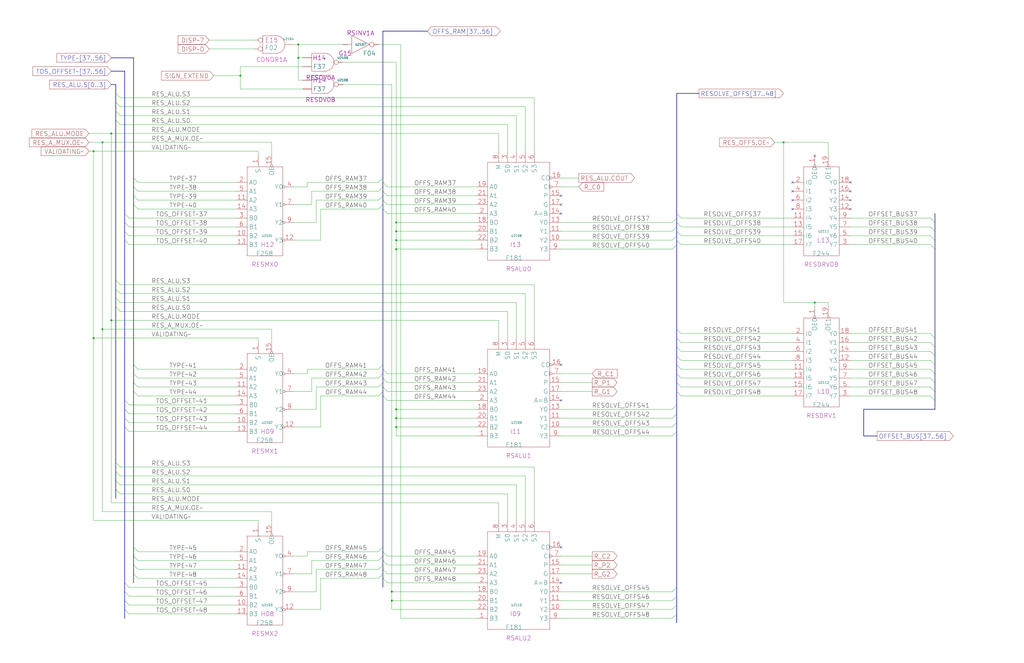
<source format=kicad_sch>
(kicad_sch (version 20250114) (generator "eeschema") (generator_version "9.0")
  (paper "User" 584.2 378.46)
  (title_block (title "RESOLVE ALU BITS (37:48)") (date "22-MAY-90") (rev "1.0") (comment 1 "SEQUENCER") (comment 2 "232-003064") (comment 3 "S400") (comment 4 "RELEASED"))
  (lib_symbols
    (symbol "r1000:F02" (pin_numbers (hide yes)) (pin_names (hide yes))
      (property "Reference" "U" (at 12.16 0.635 0))
      (property "Value" "F02" (at -1.27 -4.445 0))
      (property "Location" "___" (at 2.54 0 0))
      (property "Name" "______" (at 2.54 -12.7 0))
      (symbol "F02_0_1"
        (arc (start -3.81 2.54) (mid -2.9847 -2.54) (end -3.81 -7.62) (stroke (width 0.1524)))
        (polyline (pts (xy -5.08 0) (xy -3.175 0)) (stroke (width 0.1524)))
        (polyline (pts (xy -5.08 -5.08) (xy -3.175 -5.08)) (stroke (width 0.1524)))
        (polyline (pts (xy -3.81 2.54) (xy 2.54 2.54)) (stroke (width 0.1524)))
        (polyline (pts (xy -3.81 -7.62) (xy 2.54 -7.62)) (stroke (width 0.1524)))
        (arc (start 2.54 2.54) (mid 6.9477 0.8966) (end 10.16 -2.54) (stroke (width 0.1524)))
        (arc (start 10.16 -2.54) (mid 6.9515 -5.9823) (end 2.54 -7.62) (stroke (width 0.1524)))
        (circle (center 11.43 -2.54) (radius 1.27) (stroke (width 0.1524)))
        (polyline (pts (xy 13.97 -2.54) (xy 12.7 -2.54)) (stroke (width 0.1524)))
      )
      (symbol "F02_0_2"
        (circle (center -3.81 0) (radius 1.27) (stroke (width 0.1524)))
        (circle (center -3.81 -5.08) (radius 1.27) (stroke (width 0.1524)))
        (polyline (pts (xy -2.54 2.54) (xy -2.54 -7.62)) (stroke (width 0.1524)))
        (polyline (pts (xy -2.54 2.54) (xy 5.08 2.54)) (stroke (width 0.1524)))
        (polyline (pts (xy -2.54 -7.62) (xy 5.08 -7.62)) (stroke (width 0.1524)))
        (arc (start 5.08 2.54) (mid 10.1281 -2.54) (end 5.08 -7.62) (stroke (width 0.1524)))
        (polyline (pts (xy 11.43 -2.54) (xy 10.16 -2.54)) (stroke (width 0.1524)))
        (polyline (pts (xy 11.43 -2.54) (xy 12.7 -2.54)) (stroke (width 0.1524)))
      )
      (symbol "F02_1_1"
        (pin input line (at -7.62 0 0) (length 2.54) (name "D0") (number "1"))
        (pin input line (at -7.62 -5.08 0) (length 2.54) (name "D1") (number "2"))
        (pin output line (at 15.24 -2.54 180) (length 1.27) (name "Q") (number "3"))
      )
      (symbol "F02_1_2"
        (pin input line (at -7.62 0 0) (length 2.54) (name "D0") (number "1"))
        (pin input line (at -7.62 -5.08 0) (length 2.54) (name "D1") (number "2"))
        (pin output line (at 15.24 -2.54 180) (length 2.54) (name "Q") (number "3"))
      )
    )
    (symbol "r1000:F04" (pin_numbers (hide yes)) (pin_names (hide yes))
      (property "Reference" "U" (at 0 0 0))
      (property "Value" "F04" (at 1.27 -5.08 0))
      (property "Location" "___" (at -12.7 -5.08 0))
      (property "Name" "______" (at 0 5.08 0))
      (symbol "F04_0_1"
        (polyline (pts (xy -7.62 0) (xy -5.08 0)) (stroke (width 0.1524)))
        (polyline (pts (xy -5.08 5.08) (xy -5.08 -5.08)) (stroke (width 0.1524)))
        (polyline (pts (xy 5.08 0) (xy -5.08 5.08)) (stroke (width 0.1524)))
        (polyline (pts (xy 5.08 0) (xy -5.08 -5.08)) (stroke (width 0.1524)))
        (circle (center 6.35 0) (radius 1.27) (stroke (width 0.1524)))
      )
      (symbol "F04_1_1"
        (pin input line (at -10.16 0 0) (length 2.54) (name "D0") (number "1"))
        (pin output line (at 10.16 0 180) (length 2.54) (name "Q") (number "2"))
      )
    )
    (symbol "r1000:F181" (pin_names (offset 1.016))
      (property "Reference" "U" (at 2.54 5.08 0))
      (property "Value" "F181" (at -3.81 -7.62 0))
      (property "Location" "___" (at -1.27 0 0))
      (property "Name" "______" (at 3.81 -15.24 0))
      (symbol "F181_1_1"
        (rectangle (start -13.97 46.99) (end 21.59 -8.89))
        (circle (center 22.225 38.1) (radius 0.635))
        (circle (center 22.225 33.02) (radius 0.635))
        (pin input line (at -20.32 33.02 0) (length 6.35) (name "A0") (number "19"))
        (pin input line (at -20.32 27.94 0) (length 6.35) (name "A1") (number "21"))
        (pin input line (at -20.32 22.86 0) (length 6.35) (name "A2") (number "23"))
        (pin input line (at -20.32 17.78 0) (length 6.35) (name "A3") (number "2"))
        (pin input line (at -20.32 12.7 0) (length 6.35) (name "B0") (number "18"))
        (pin input line (at -20.32 7.62 0) (length 6.35) (name "B1") (number "20"))
        (pin input line (at -20.32 2.54 0) (length 6.35) (name "B2") (number "22"))
        (pin input line (at -20.32 -2.54 0) (length 6.35) (name "B3") (number "1"))
        (pin input line (at -7.62 53.34 270) (length 6.35) (name "M") (number "8"))
        (pin input line (at -2.54 53.34 270) (length 6.35) (name "S0") (number "3"))
        (pin input line (at 2.54 53.34 270) (length 6.35) (name "S1") (number "4"))
        (pin input line (at 7.62 53.34 270) (length 6.35) (name "S2") (number "5"))
        (pin input line (at 12.7 53.34 270) (length 6.35) (name "S3") (number "6"))
        (pin output line (at 27.94 38.1 180) (length 5.08) (name "CO") (number "16"))
        (pin input line (at 27.94 33.02 180) (length 5.08) (name "CI") (number "7"))
        (pin output line (at 27.94 27.94 180) (length 6.35) (name "P") (number "15"))
        (pin output line (at 27.94 22.86 180) (length 6.35) (name "G") (number "17"))
        (pin open_collector line (at 27.94 17.78 180) (length 6.35) (name "A=B") (number "14"))
        (pin output line (at 27.94 12.7 180) (length 6.35) (name "Y0") (number "13"))
        (pin output line (at 27.94 7.62 180) (length 6.35) (name "Y1") (number "11"))
        (pin output line (at 27.94 2.54 180) (length 6.35) (name "Y2") (number "10"))
        (pin output line (at 27.94 -2.54 180) (length 6.35) (name "Y3") (number "9"))
      )
    )
    (symbol "r1000:F244" (pin_names (offset 1.016))
      (property "Reference" "U" (at 2.54 5.08 0))
      (property "Value" "F244" (at -3.81 -7.62 0))
      (property "Location" "___" (at -1.27 0 0))
      (property "Name" "______" (at 1.27 -15.24 0))
      (symbol "F244_1_1"
        (rectangle (start -8.89 41.91) (end 11.43 -8.89))
        (circle (center -2.54 42.545) (radius 0.635))
        (circle (center 5.08 42.545) (radius 0.635))
        (pin input line (at -15.24 33.02 0) (length 6.35) (name "I0") (number "2"))
        (pin input line (at -15.24 27.94 0) (length 6.35) (name "I1") (number "4"))
        (pin input line (at -15.24 22.86 0) (length 6.35) (name "I2") (number "6"))
        (pin input line (at -15.24 17.78 0) (length 6.35) (name "I3") (number "8"))
        (pin input line (at -15.24 12.7 0) (length 6.35) (name "I4") (number "11"))
        (pin input line (at -15.24 7.62 0) (length 6.35) (name "I5") (number "13"))
        (pin input line (at -15.24 2.54 0) (length 6.35) (name "I6") (number "15"))
        (pin input line (at -15.24 -2.54 0) (length 6.35) (name "I7") (number "17"))
        (pin input line (at -2.54 48.26 270) (length 5.08) (name "OE0") (number "1"))
        (pin input line (at 5.08 48.26 270) (length 5.08) (name "OE1") (number "19"))
        (pin tri_state line (at 17.78 33.02 180) (length 6.35) (name "Y0") (number "18"))
        (pin tri_state line (at 17.78 27.94 180) (length 6.35) (name "Y1") (number "16"))
        (pin tri_state line (at 17.78 22.86 180) (length 6.35) (name "Y2") (number "14"))
        (pin tri_state line (at 17.78 17.78 180) (length 6.35) (name "Y3") (number "12"))
        (pin tri_state line (at 17.78 12.7 180) (length 6.35) (name "Y4") (number "9"))
        (pin tri_state line (at 17.78 7.62 180) (length 6.35) (name "Y5") (number "7"))
        (pin tri_state line (at 17.78 2.54 180) (length 6.35) (name "Y6") (number "5"))
        (pin tri_state line (at 17.78 -2.54 180) (length 6.35) (name "Y7") (number "3"))
      )
    )
    (symbol "r1000:F258" (pin_names (offset 1.016))
      (property "Reference" "U" (at 2.54 5.08 0))
      (property "Value" "F258" (at -3.81 -5.08 0))
      (property "Location" "___" (at -1.27 0 0))
      (property "Name" "______" (at 1.27 -12.7 0))
      (symbol "F258_1_1"
        (rectangle (start -8.89 44.45) (end 11.43 -6.35))
        (circle (center 5.08 45.085) (radius 0.635))
        (circle (center 12.065 33.02) (radius 0.635))
        (circle (center 12.065 22.86) (radius 0.635))
        (circle (center 12.065 12.7) (radius 0.635))
        (circle (center 12.065 2.54) (radius 0.635))
        (pin input line (at -15.24 35.56 0) (length 6.35) (name "A0") (number "2"))
        (pin input line (at -15.24 30.48 0) (length 6.35) (name "A1") (number "5"))
        (pin input line (at -15.24 25.4 0) (length 6.35) (name "A2") (number "11"))
        (pin input line (at -15.24 20.32 0) (length 6.35) (name "A3") (number "14"))
        (pin input line (at -15.24 15.24 0) (length 6.35) (name "B0") (number "3"))
        (pin input line (at -15.24 10.16 0) (length 6.35) (name "B1") (number "6"))
        (pin input line (at -15.24 5.08 0) (length 6.35) (name "B2") (number "10"))
        (pin input line (at -15.24 0 0) (length 6.35) (name "B3") (number "13"))
        (pin input line (at -2.54 50.8 270) (length 6.35) (name "S") (number "1"))
        (pin input line (at 5.08 50.8 270) (length 5.08) (name "OE") (number "15"))
        (pin tri_state line (at 17.78 33.02 180) (length 5.08) (name "Y0") (number "4"))
        (pin tri_state line (at 17.78 22.86 180) (length 5.08) (name "Y1") (number "7"))
        (pin tri_state line (at 17.78 12.7 180) (length 5.08) (name "Y2") (number "9"))
        (pin tri_state line (at 17.78 2.54 180) (length 5.08) (name "Y3") (number "12"))
      )
    )
    (symbol "r1000:F37" (pin_numbers (hide yes)) (pin_names (offset 0) (hide yes))
      (property "Reference" "U" (at 15.24 0 0))
      (property "Value" "F37" (at 1.905 -5.08 0))
      (property "Location" "___" (at 1.905 0 0))
      (property "Name" "______" (at 2.54 -12.7 0))
      (symbol "F37_0_1"
        (polyline (pts (xy -2.54 2.54) (xy -2.54 -7.62)) (stroke (width 0.1524)))
        (polyline (pts (xy -2.54 2.54) (xy 5.08 2.54)) (stroke (width 0.1524)))
        (polyline (pts (xy -2.54 -7.62) (xy 5.08 -7.62)) (stroke (width 0.1524)))
        (arc (start 5.08 2.54) (mid 10.1281 -2.54) (end 5.08 -7.62) (stroke (width 0.1524)))
        (circle (center 11.43 -2.54) (radius 1.27) (stroke (width 0.1524)))
      )
      (symbol "F37_0_2"
        (arc (start -3.175 2.54) (mid -2.134 -2.54) (end -3.175 -7.62) (stroke (width 0.1524)))
        (circle (center -3.81 0) (radius 1.27) (stroke (width 0.1524)))
        (circle (center -3.81 -5.08) (radius 1.27) (stroke (width 0.1524)))
        (polyline (pts (xy -3.175 2.54) (xy 3.81 2.54)) (stroke (width 0.1524)))
        (polyline (pts (xy -3.175 -7.62) (xy 3.81 -7.62)) (stroke (width 0.1524)))
        (arc (start 3.81 2.54) (mid 7.5828 0.7472) (end 10.16 -2.54) (stroke (width 0.1524)))
        (arc (start 10.16 -2.54) (mid 7.5855 -5.8306) (end 3.81 -7.62) (stroke (width 0.1524)))
      )
      (symbol "F37_1_1"
        (pin input line (at -7.62 0 0) (length 5.08) (name "D0") (number "1"))
        (pin input line (at -7.62 -5.08 0) (length 5.08) (name "D1") (number "2"))
        (pin output line (at 15.24 -2.54 180) (length 2.54) (name "Q") (number "3"))
      )
      (symbol "F37_1_2"
        (pin input line (at -7.62 0 0) (length 2.54) (name "D0") (number "1"))
        (pin input line (at -7.62 -5.08 0) (length 2.54) (name "D1") (number "2"))
        (pin output line (at 15.24 -2.54 180) (length 5.08) (name "Q") (number "3"))
      )
    )
  )
  (junction (at 63.5 76.2))
  (junction (at 223.52 342.9))
  (junction (at 58.42 81.28))
  (junction (at 226.06 238.76))
  (junction (at 226.06 142.24))
  (junction (at 226.06 127))
  (junction (at 170.18 25.4))
  (junction (at 226.06 137.16))
  (junction (at 53.34 86.36))
  (junction (at 226.06 233.68))
  (junction (at 58.42 187.96))
  (junction (at 226.06 132.08))
  (junction (at 170.18 33.02))
  (junction (at 464.82 172.72))
  (junction (at 137.16 43.18))
  (junction (at 447.04 81.28))
  (junction (at 53.34 193.04))
  (junction (at 226.06 243.84))
  (junction (at 63.5 182.88))
  (junction (at 223.52 337.82))
  (no_connect (at 485.14 104.14))
  (no_connect (at 320.04 116.84))
  (no_connect (at 485.14 109.22))
  (no_connect (at 485.14 119.38))
  (no_connect (at 452.12 114.3))
  (no_connect (at 452.12 119.38))
  (no_connect (at 320.04 121.92))
  (no_connect (at 320.04 332.74))
  (no_connect (at 320.04 111.76))
  (no_connect (at 320.04 228.6))
  (no_connect (at 452.12 104.14))
  (no_connect (at 320.04 208.28))
  (no_connect (at 464.82 88.9))
  (no_connect (at 452.12 109.22))
  (no_connect (at 485.14 114.3))
  (no_connect (at 320.04 312.42))
  (bus_entry (at 76.2 213.36) (size 2.54 2.54))
  (bus_entry (at 218.44 109.22) (size 2.54 2.54))
  (bus_entry (at 218.44 106.68) (size -2.54 2.54))
  (bus_entry (at 76.2 218.44) (size 2.54 2.54))
  (bus_entry (at 386.08 345.44) (size -2.54 2.54))
  (bus_entry (at 386.08 241.3) (size -2.54 2.54))
  (bus_entry (at 530.86 195.58) (size 2.54 2.54))
  (bus_entry (at 71.12 332.74) (size 2.54 2.54))
  (bus_entry (at 530.86 124.46) (size 2.54 2.54))
  (bus_entry (at 218.44 330.2) (size 2.54 2.54))
  (bus_entry (at 218.44 119.38) (size 2.54 2.54))
  (bus_entry (at 218.44 312.42) (size -2.54 2.54))
  (bus_entry (at 66.04 68.58) (size 2.54 2.54))
  (bus_entry (at 530.86 215.9) (size 2.54 2.54))
  (bus_entry (at 76.2 327.66) (size 2.54 2.54))
  (bus_entry (at 76.2 223.52) (size 2.54 2.54))
  (bus_entry (at 386.08 335.28) (size -2.54 2.54))
  (bus_entry (at 386.08 134.62) (size -2.54 2.54))
  (bus_entry (at 386.08 218.44) (size 2.54 2.54))
  (bus_entry (at 386.08 137.16) (size 2.54 2.54))
  (bus_entry (at 66.04 170.18) (size 2.54 2.54))
  (bus_entry (at 218.44 320.04) (size 2.54 2.54))
  (bus_entry (at 66.04 63.5) (size 2.54 2.54))
  (bus_entry (at 66.04 58.42) (size 2.54 2.54))
  (bus_entry (at 530.86 200.66) (size 2.54 2.54))
  (bus_entry (at 530.86 139.7) (size 2.54 2.54))
  (bus_entry (at 66.04 175.26) (size 2.54 2.54))
  (bus_entry (at 218.44 317.5) (size -2.54 2.54))
  (bus_entry (at 386.08 129.54) (size -2.54 2.54))
  (bus_entry (at 218.44 213.36) (size -2.54 2.54))
  (bus_entry (at 66.04 279.4) (size 2.54 2.54))
  (bus_entry (at 386.08 198.12) (size 2.54 2.54))
  (bus_entry (at 386.08 223.52) (size 2.54 2.54))
  (bus_entry (at 76.2 106.68) (size 2.54 2.54))
  (bus_entry (at 71.12 121.92) (size 2.54 2.54))
  (bus_entry (at 66.04 160.02) (size 2.54 2.54))
  (bus_entry (at 218.44 215.9) (size 2.54 2.54))
  (bus_entry (at 71.12 132.08) (size 2.54 2.54))
  (bus_entry (at 66.04 53.34) (size 2.54 2.54))
  (bus_entry (at 386.08 340.36) (size -2.54 2.54))
  (bus_entry (at 71.12 238.76) (size 2.54 2.54))
  (bus_entry (at 71.12 337.82) (size 2.54 2.54))
  (bus_entry (at 218.44 111.76) (size -2.54 2.54))
  (bus_entry (at 218.44 104.14) (size 2.54 2.54))
  (bus_entry (at 218.44 220.98) (size 2.54 2.54))
  (bus_entry (at 66.04 165.1) (size 2.54 2.54))
  (bus_entry (at 76.2 116.84) (size 2.54 2.54))
  (bus_entry (at 530.86 134.62) (size 2.54 2.54))
  (bus_entry (at 386.08 139.7) (size -2.54 2.54))
  (bus_entry (at 218.44 327.66) (size -2.54 2.54))
  (bus_entry (at 71.12 347.98) (size 2.54 2.54))
  (bus_entry (at 386.08 231.14) (size -2.54 2.54))
  (bus_entry (at 218.44 223.52) (size -2.54 2.54))
  (bus_entry (at 386.08 208.28) (size 2.54 2.54))
  (bus_entry (at 218.44 226.06) (size 2.54 2.54))
  (bus_entry (at 386.08 236.22) (size -2.54 2.54))
  (bus_entry (at 530.86 226.06) (size 2.54 2.54))
  (bus_entry (at 218.44 210.82) (size 2.54 2.54))
  (bus_entry (at 218.44 325.12) (size 2.54 2.54))
  (bus_entry (at 76.2 111.76) (size 2.54 2.54))
  (bus_entry (at 71.12 228.6) (size 2.54 2.54))
  (bus_entry (at 386.08 246.38) (size -2.54 2.54))
  (bus_entry (at 71.12 233.68) (size 2.54 2.54))
  (bus_entry (at 218.44 208.28) (size -2.54 2.54))
  (bus_entry (at 386.08 121.92) (size 2.54 2.54))
  (bus_entry (at 386.08 132.08) (size 2.54 2.54))
  (bus_entry (at 218.44 322.58) (size -2.54 2.54))
  (bus_entry (at 71.12 127) (size 2.54 2.54))
  (bus_entry (at 218.44 114.3) (size 2.54 2.54))
  (bus_entry (at 530.86 129.54) (size 2.54 2.54))
  (bus_entry (at 530.86 205.74) (size 2.54 2.54))
  (bus_entry (at 66.04 269.24) (size 2.54 2.54))
  (bus_entry (at 76.2 322.58) (size 2.54 2.54))
  (bus_entry (at 218.44 101.6) (size -2.54 2.54))
  (bus_entry (at 530.86 190.5) (size 2.54 2.54))
  (bus_entry (at 71.12 243.84) (size 2.54 2.54))
  (bus_entry (at 66.04 264.16) (size 2.54 2.54))
  (bus_entry (at 71.12 342.9) (size 2.54 2.54))
  (bus_entry (at 76.2 101.6) (size 2.54 2.54))
  (bus_entry (at 76.2 317.5) (size 2.54 2.54))
  (bus_entry (at 218.44 314.96) (size 2.54 2.54))
  (bus_entry (at 530.86 220.98) (size 2.54 2.54))
  (bus_entry (at 76.2 208.28) (size 2.54 2.54))
  (bus_entry (at 218.44 116.84) (size -2.54 2.54))
  (bus_entry (at 71.12 137.16) (size 2.54 2.54))
  (bus_entry (at 386.08 203.2) (size 2.54 2.54))
  (bus_entry (at 66.04 274.32) (size 2.54 2.54))
  (bus_entry (at 386.08 350.52) (size -2.54 2.54))
  (bus_entry (at 386.08 213.36) (size 2.54 2.54))
  (bus_entry (at 386.08 127) (size 2.54 2.54))
  (bus_entry (at 76.2 312.42) (size 2.54 2.54))
  (bus_entry (at 386.08 193.04) (size 2.54 2.54))
  (bus_entry (at 386.08 124.46) (size -2.54 2.54))
  (bus_entry (at 218.44 218.44) (size -2.54 2.54))
  (bus_entry (at 386.08 187.96) (size 2.54 2.54))
  (bus_entry (at 530.86 210.82) (size 2.54 2.54))
  (bus (pts (xy 386.08 213.36) (xy 386.08 218.44)))
  (wire (pts (xy 175.26 213.36) (xy 175.26 210.82)))
  (bus (pts (xy 71.12 137.16) (xy 71.12 228.6)))
  (wire (pts (xy 154.94 187.96) (xy 154.94 195.58)))
  (bus (pts (xy 386.08 218.44) (xy 386.08 223.52)))
  (bus (pts (xy 218.44 327.66) (xy 218.44 330.2)))
  (wire (pts (xy 73.66 350.52) (xy 134.62 350.52)))
  (wire (pts (xy 485.14 139.7) (xy 530.86 139.7)))
  (wire (pts (xy 485.14 226.06) (xy 530.86 226.06)))
  (wire (pts (xy 172.72 50.8) (xy 137.16 50.8)))
  (wire (pts (xy 63.5 287.02) (xy 284.48 287.02)))
  (wire (pts (xy 289.56 177.8) (xy 289.56 193.04)))
  (wire (pts (xy 68.58 276.86) (xy 294.64 276.86)))
  (bus (pts (xy 218.44 220.98) (xy 218.44 223.52)))
  (wire (pts (xy 68.58 162.56) (xy 304.8 162.56)))
  (bus (pts (xy 386.08 350.52) (xy 386.08 355.6)))
  (bus (pts (xy 386.08 345.44) (xy 386.08 350.52)))
  (bus (pts (xy 66.04 48.26) (xy 66.04 53.34)))
  (wire (pts (xy 485.14 190.5) (xy 530.86 190.5)))
  (bus (pts (xy 76.2 116.84) (xy 76.2 208.28)))
  (wire (pts (xy 195.58 48.26) (xy 223.52 48.26)))
  (wire (pts (xy 73.66 345.44) (xy 134.62 345.44)))
  (wire (pts (xy 167.64 233.68) (xy 180.34 233.68)))
  (wire (pts (xy 73.66 139.7) (xy 134.62 139.7)))
  (wire (pts (xy 68.58 167.64) (xy 299.72 167.64)))
  (bus (pts (xy 533.4 127) (xy 533.4 132.08)))
  (wire (pts (xy 388.62 139.7) (xy 452.12 139.7)))
  (wire (pts (xy 167.64 127) (xy 180.34 127)))
  (wire (pts (xy 485.14 200.66) (xy 530.86 200.66)))
  (bus (pts (xy 66.04 175.26) (xy 66.04 264.16)))
  (wire (pts (xy 73.66 236.22) (xy 134.62 236.22)))
  (wire (pts (xy 63.5 76.2) (xy 63.5 182.88)))
  (bus (pts (xy 218.44 320.04) (xy 218.44 322.58)))
  (wire (pts (xy 167.64 213.36) (xy 175.26 213.36)))
  (wire (pts (xy 53.34 297.18) (xy 147.32 297.18)))
  (wire (pts (xy 73.66 246.38) (xy 134.62 246.38)))
  (wire (pts (xy 220.98 322.58) (xy 271.78 322.58)))
  (wire (pts (xy 167.64 116.84) (xy 177.8 116.84)))
  (bus (pts (xy 218.44 312.42) (xy 218.44 314.96)))
  (bus (pts (xy 63.5 33.02) (xy 76.2 33.02)))
  (wire (pts (xy 223.52 48.26) (xy 223.52 337.82)))
  (wire (pts (xy 73.66 340.36) (xy 134.62 340.36)))
  (wire (pts (xy 220.98 121.92) (xy 271.78 121.92)))
  (bus (pts (xy 386.08 241.3) (xy 386.08 246.38)))
  (wire (pts (xy 182.88 226.06) (xy 215.9 226.06)))
  (wire (pts (xy 320.04 347.98) (xy 383.54 347.98)))
  (wire (pts (xy 175.26 106.68) (xy 175.26 104.14)))
  (wire (pts (xy 78.74 314.96) (xy 134.62 314.96)))
  (bus (pts (xy 76.2 213.36) (xy 76.2 218.44)))
  (wire (pts (xy 73.66 231.14) (xy 134.62 231.14)))
  (bus (pts (xy 71.12 40.64) (xy 71.12 121.92)))
  (bus (pts (xy 386.08 129.54) (xy 386.08 132.08)))
  (wire (pts (xy 170.18 25.4) (xy 170.18 33.02)))
  (bus (pts (xy 76.2 111.76) (xy 76.2 116.84)))
  (wire (pts (xy 284.48 182.88) (xy 284.48 193.04)))
  (wire (pts (xy 226.06 127) (xy 271.78 127)))
  (bus (pts (xy 76.2 317.5) (xy 76.2 322.58)))
  (wire (pts (xy 320.04 353.06) (xy 383.54 353.06)))
  (wire (pts (xy 73.66 335.28) (xy 134.62 335.28)))
  (wire (pts (xy 320.04 327.66) (xy 337.82 327.66)))
  (wire (pts (xy 53.34 193.04) (xy 53.34 297.18)))
  (bus (pts (xy 76.2 218.44) (xy 76.2 223.52)))
  (wire (pts (xy 182.88 330.2) (xy 215.9 330.2)))
  (wire (pts (xy 167.64 223.52) (xy 177.8 223.52)))
  (wire (pts (xy 137.16 50.8) (xy 137.16 43.18)))
  (wire (pts (xy 228.6 353.06) (xy 228.6 25.4)))
  (bus (pts (xy 66.04 68.58) (xy 66.04 160.02)))
  (wire (pts (xy 485.14 124.46) (xy 530.86 124.46)))
  (bus (pts (xy 218.44 314.96) (xy 218.44 317.5)))
  (wire (pts (xy 58.42 81.28) (xy 154.94 81.28)))
  (wire (pts (xy 226.06 142.24) (xy 271.78 142.24)))
  (bus (pts (xy 218.44 325.12) (xy 218.44 327.66)))
  (wire (pts (xy 195.58 35.56) (xy 226.06 35.56)))
  (bus (pts (xy 218.44 218.44) (xy 218.44 220.98)))
  (wire (pts (xy 68.58 55.88) (xy 304.8 55.88)))
  (wire (pts (xy 78.74 330.2) (xy 134.62 330.2)))
  (wire (pts (xy 167.64 317.5) (xy 175.26 317.5)))
  (bus (pts (xy 66.04 58.42) (xy 66.04 63.5)))
  (wire (pts (xy 167.64 347.98) (xy 182.88 347.98)))
  (wire (pts (xy 78.74 104.14) (xy 134.62 104.14)))
  (wire (pts (xy 180.34 337.82) (xy 180.34 325.12)))
  (wire (pts (xy 73.66 124.46) (xy 134.62 124.46)))
  (wire (pts (xy 320.04 127) (xy 383.54 127)))
  (wire (pts (xy 220.98 317.5) (xy 271.78 317.5)))
  (wire (pts (xy 220.98 106.68) (xy 271.78 106.68)))
  (wire (pts (xy 447.04 81.28) (xy 472.44 81.28)))
  (wire (pts (xy 464.82 172.72) (xy 464.82 175.26)))
  (wire (pts (xy 220.98 111.76) (xy 271.78 111.76)))
  (bus (pts (xy 243.84 17.78) (xy 218.44 17.78)))
  (wire (pts (xy 68.58 172.72) (xy 294.64 172.72)))
  (bus (pts (xy 218.44 330.2) (xy 218.44 335.28)))
  (bus (pts (xy 533.4 132.08) (xy 533.4 137.16)))
  (bus (pts (xy 66.04 53.34) (xy 66.04 58.42)))
  (wire (pts (xy 320.04 337.82) (xy 383.54 337.82)))
  (bus (pts (xy 492.76 248.92) (xy 500.38 248.92)))
  (wire (pts (xy 78.74 325.12) (xy 134.62 325.12)))
  (wire (pts (xy 78.74 220.98) (xy 134.62 220.98)))
  (bus (pts (xy 218.44 215.9) (xy 218.44 218.44)))
  (bus (pts (xy 386.08 121.92) (xy 386.08 124.46)))
  (wire (pts (xy 320.04 137.16) (xy 383.54 137.16)))
  (wire (pts (xy 220.98 116.84) (xy 271.78 116.84)))
  (bus (pts (xy 71.12 243.84) (xy 71.12 332.74)))
  (wire (pts (xy 220.98 332.74) (xy 271.78 332.74)))
  (wire (pts (xy 388.62 200.66) (xy 452.12 200.66)))
  (wire (pts (xy 167.64 243.84) (xy 182.88 243.84)))
  (wire (pts (xy 73.66 134.62) (xy 134.62 134.62)))
  (wire (pts (xy 68.58 71.12) (xy 289.56 71.12)))
  (wire (pts (xy 167.64 137.16) (xy 182.88 137.16)))
  (bus (pts (xy 533.4 228.6) (xy 533.4 233.68)))
  (wire (pts (xy 78.74 114.3) (xy 134.62 114.3)))
  (wire (pts (xy 58.42 292.1) (xy 154.94 292.1)))
  (wire (pts (xy 223.52 347.98) (xy 271.78 347.98)))
  (bus (pts (xy 386.08 139.7) (xy 386.08 187.96)))
  (wire (pts (xy 226.06 132.08) (xy 271.78 132.08)))
  (wire (pts (xy 320.04 101.6) (xy 330.2 101.6)))
  (wire (pts (xy 167.64 337.82) (xy 180.34 337.82)))
  (wire (pts (xy 289.56 71.12) (xy 289.56 86.36)))
  (wire (pts (xy 182.88 119.38) (xy 215.9 119.38)))
  (wire (pts (xy 320.04 317.5) (xy 337.82 317.5)))
  (bus (pts (xy 386.08 127) (xy 386.08 129.54)))
  (wire (pts (xy 172.72 38.1) (xy 137.16 38.1)))
  (bus (pts (xy 533.4 198.12) (xy 533.4 203.2)))
  (wire (pts (xy 388.62 134.62) (xy 452.12 134.62)))
  (bus (pts (xy 386.08 193.04) (xy 386.08 198.12)))
  (bus (pts (xy 386.08 137.16) (xy 386.08 139.7)))
  (wire (pts (xy 68.58 266.7) (xy 304.8 266.7)))
  (wire (pts (xy 220.98 228.6) (xy 271.78 228.6)))
  (wire (pts (xy 271.78 353.06) (xy 228.6 353.06)))
  (wire (pts (xy 63.5 76.2) (xy 284.48 76.2)))
  (wire (pts (xy 226.06 238.76) (xy 226.06 243.84)))
  (bus (pts (xy 66.04 264.16) (xy 66.04 269.24)))
  (bus (pts (xy 533.4 208.28) (xy 533.4 213.36)))
  (wire (pts (xy 68.58 60.96) (xy 299.72 60.96)))
  (wire (pts (xy 223.52 342.9) (xy 271.78 342.9)))
  (wire (pts (xy 485.14 134.62) (xy 530.86 134.62)))
  (wire (pts (xy 447.04 172.72) (xy 464.82 172.72)))
  (wire (pts (xy 50.8 76.2) (xy 63.5 76.2)))
  (wire (pts (xy 320.04 322.58) (xy 337.82 322.58)))
  (bus (pts (xy 218.44 101.6) (xy 218.44 104.14)))
  (bus (pts (xy 66.04 170.18) (xy 66.04 175.26)))
  (wire (pts (xy 53.34 193.04) (xy 147.32 193.04)))
  (bus (pts (xy 218.44 226.06) (xy 218.44 312.42)))
  (wire (pts (xy 220.98 327.66) (xy 271.78 327.66)))
  (bus (pts (xy 218.44 210.82) (xy 218.44 213.36)))
  (wire (pts (xy 68.58 177.8) (xy 289.56 177.8)))
  (bus (pts (xy 63.5 40.64) (xy 71.12 40.64)))
  (bus (pts (xy 71.12 332.74) (xy 71.12 337.82)))
  (wire (pts (xy 472.44 172.72) (xy 472.44 175.26)))
  (wire (pts (xy 78.74 109.22) (xy 134.62 109.22)))
  (wire (pts (xy 147.32 86.36) (xy 147.32 88.9)))
  (wire (pts (xy 147.32 193.04) (xy 147.32 195.58)))
  (wire (pts (xy 180.34 233.68) (xy 180.34 220.98)))
  (wire (pts (xy 220.98 223.52) (xy 271.78 223.52)))
  (bus (pts (xy 66.04 279.4) (xy 66.04 284.48)))
  (wire (pts (xy 228.6 25.4) (xy 215.9 25.4)))
  (wire (pts (xy 226.06 127) (xy 226.06 132.08)))
  (wire (pts (xy 388.62 129.54) (xy 452.12 129.54)))
  (bus (pts (xy 71.12 238.76) (xy 71.12 243.84)))
  (wire (pts (xy 167.64 106.68) (xy 175.26 106.68)))
  (wire (pts (xy 441.96 81.28) (xy 447.04 81.28)))
  (wire (pts (xy 78.74 215.9) (xy 134.62 215.9)))
  (wire (pts (xy 388.62 226.06) (xy 452.12 226.06)))
  (bus (pts (xy 218.44 119.38) (xy 218.44 208.28)))
  (bus (pts (xy 386.08 53.34) (xy 386.08 121.92)))
  (wire (pts (xy 226.06 248.92) (xy 271.78 248.92)))
  (wire (pts (xy 175.26 104.14) (xy 215.9 104.14)))
  (wire (pts (xy 388.62 220.98) (xy 452.12 220.98)))
  (wire (pts (xy 58.42 187.96) (xy 58.42 292.1)))
  (wire (pts (xy 177.8 215.9) (xy 215.9 215.9)))
  (bus (pts (xy 71.12 228.6) (xy 71.12 233.68)))
  (wire (pts (xy 137.16 38.1) (xy 137.16 43.18)))
  (wire (pts (xy 154.94 292.1) (xy 154.94 299.72)))
  (bus (pts (xy 218.44 208.28) (xy 218.44 210.82)))
  (wire (pts (xy 50.8 86.36) (xy 53.34 86.36)))
  (wire (pts (xy 177.8 327.66) (xy 177.8 320.04)))
  (bus (pts (xy 386.08 134.62) (xy 386.08 137.16)))
  (wire (pts (xy 294.64 66.04) (xy 294.64 86.36)))
  (bus (pts (xy 218.44 317.5) (xy 218.44 320.04)))
  (wire (pts (xy 119.38 22.86) (xy 144.78 22.86)))
  (wire (pts (xy 63.5 182.88) (xy 63.5 287.02)))
  (bus (pts (xy 218.44 322.58) (xy 218.44 325.12)))
  (wire (pts (xy 320.04 132.08) (xy 383.54 132.08)))
  (wire (pts (xy 388.62 190.5) (xy 452.12 190.5)))
  (wire (pts (xy 147.32 297.18) (xy 147.32 299.72)))
  (wire (pts (xy 485.14 220.98) (xy 530.86 220.98)))
  (bus (pts (xy 218.44 223.52) (xy 218.44 226.06)))
  (wire (pts (xy 289.56 281.94) (xy 289.56 297.18)))
  (bus (pts (xy 66.04 165.1) (xy 66.04 170.18)))
  (wire (pts (xy 485.14 205.74) (xy 530.86 205.74)))
  (bus (pts (xy 386.08 246.38) (xy 386.08 335.28)))
  (wire (pts (xy 226.06 233.68) (xy 271.78 233.68)))
  (bus (pts (xy 533.4 218.44) (xy 533.4 223.52)))
  (wire (pts (xy 320.04 223.52) (xy 337.82 223.52)))
  (bus (pts (xy 533.4 121.92) (xy 533.4 127)))
  (wire (pts (xy 63.5 182.88) (xy 284.48 182.88)))
  (wire (pts (xy 180.34 325.12) (xy 215.9 325.12)))
  (wire (pts (xy 175.26 210.82) (xy 215.9 210.82)))
  (bus (pts (xy 386.08 203.2) (xy 386.08 208.28)))
  (bus (pts (xy 76.2 327.66) (xy 76.2 332.74)))
  (wire (pts (xy 78.74 320.04) (xy 134.62 320.04)))
  (bus (pts (xy 66.04 269.24) (xy 66.04 274.32)))
  (wire (pts (xy 485.14 210.82) (xy 530.86 210.82)))
  (bus (pts (xy 71.12 121.92) (xy 71.12 127)))
  (bus (pts (xy 76.2 223.52) (xy 76.2 312.42)))
  (wire (pts (xy 464.82 172.72) (xy 472.44 172.72)))
  (bus (pts (xy 533.4 193.04) (xy 533.4 198.12)))
  (bus (pts (xy 76.2 33.02) (xy 76.2 101.6)))
  (wire (pts (xy 320.04 342.9) (xy 383.54 342.9)))
  (wire (pts (xy 121.92 43.18) (xy 137.16 43.18)))
  (wire (pts (xy 320.04 233.68) (xy 383.54 233.68)))
  (wire (pts (xy 182.88 347.98) (xy 182.88 330.2)))
  (wire (pts (xy 226.06 137.16) (xy 271.78 137.16)))
  (wire (pts (xy 226.06 132.08) (xy 226.06 137.16)))
  (wire (pts (xy 223.52 337.82) (xy 223.52 342.9)))
  (wire (pts (xy 180.34 114.3) (xy 215.9 114.3)))
  (wire (pts (xy 294.64 172.72) (xy 294.64 193.04)))
  (wire (pts (xy 226.06 35.56) (xy 226.06 127)))
  (wire (pts (xy 175.26 314.96) (xy 215.9 314.96)))
  (wire (pts (xy 226.06 142.24) (xy 226.06 233.68)))
  (bus (pts (xy 71.12 132.08) (xy 71.12 137.16)))
  (bus (pts (xy 533.4 142.24) (xy 533.4 193.04)))
  (bus (pts (xy 71.12 337.82) (xy 71.12 342.9)))
  (wire (pts (xy 177.8 116.84) (xy 177.8 109.22)))
  (bus (pts (xy 218.44 116.84) (xy 218.44 119.38)))
  (wire (pts (xy 170.18 25.4) (xy 195.58 25.4)))
  (bus (pts (xy 386.08 340.36) (xy 386.08 345.44)))
  (wire (pts (xy 58.42 81.28) (xy 58.42 187.96)))
  (bus (pts (xy 533.4 203.2) (xy 533.4 208.28)))
  (wire (pts (xy 53.34 86.36) (xy 53.34 193.04)))
  (wire (pts (xy 320.04 218.44) (xy 337.82 218.44)))
  (bus (pts (xy 66.04 274.32) (xy 66.04 279.4)))
  (wire (pts (xy 180.34 220.98) (xy 215.9 220.98)))
  (wire (pts (xy 226.06 238.76) (xy 271.78 238.76)))
  (wire (pts (xy 220.98 213.36) (xy 271.78 213.36)))
  (wire (pts (xy 485.14 215.9) (xy 530.86 215.9)))
  (bus (pts (xy 218.44 104.14) (xy 218.44 106.68)))
  (bus (pts (xy 386.08 198.12) (xy 386.08 203.2)))
  (bus (pts (xy 386.08 223.52) (xy 386.08 231.14)))
  (wire (pts (xy 304.8 266.7) (xy 304.8 297.18)))
  (wire (pts (xy 154.94 81.28) (xy 154.94 88.9)))
  (wire (pts (xy 472.44 81.28) (xy 472.44 88.9)))
  (wire (pts (xy 226.06 243.84) (xy 226.06 248.92)))
  (wire (pts (xy 284.48 287.02) (xy 284.48 297.18)))
  (wire (pts (xy 304.8 162.56) (xy 304.8 193.04)))
  (wire (pts (xy 50.8 81.28) (xy 58.42 81.28)))
  (wire (pts (xy 388.62 215.9) (xy 452.12 215.9)))
  (wire (pts (xy 182.88 243.84) (xy 182.88 226.06)))
  (bus (pts (xy 71.12 233.68) (xy 71.12 238.76)))
  (bus (pts (xy 386.08 53.34) (xy 398.78 53.34)))
  (wire (pts (xy 320.04 106.68) (xy 330.2 106.68)))
  (wire (pts (xy 68.58 281.94) (xy 289.56 281.94)))
  (wire (pts (xy 284.48 76.2) (xy 284.48 86.36)))
  (wire (pts (xy 177.8 109.22) (xy 215.9 109.22)))
  (bus (pts (xy 66.04 63.5) (xy 66.04 68.58)))
  (wire (pts (xy 68.58 271.78) (xy 299.72 271.78)))
  (bus (pts (xy 63.5 48.26) (xy 66.04 48.26)))
  (wire (pts (xy 388.62 195.58) (xy 452.12 195.58)))
  (bus (pts (xy 386.08 187.96) (xy 386.08 193.04)))
  (wire (pts (xy 388.62 124.46) (xy 452.12 124.46)))
  (wire (pts (xy 299.72 167.64) (xy 299.72 193.04)))
  (wire (pts (xy 177.8 223.52) (xy 177.8 215.9)))
  (bus (pts (xy 71.12 347.98) (xy 71.12 353.06)))
  (wire (pts (xy 226.06 137.16) (xy 226.06 142.24)))
  (bus (pts (xy 218.44 114.3) (xy 218.44 116.84)))
  (wire (pts (xy 180.34 127) (xy 180.34 114.3)))
  (bus (pts (xy 218.44 106.68) (xy 218.44 109.22)))
  (wire (pts (xy 220.98 218.44) (xy 271.78 218.44)))
  (bus (pts (xy 533.4 213.36) (xy 533.4 218.44)))
  (bus (pts (xy 218.44 109.22) (xy 218.44 111.76)))
  (bus (pts (xy 386.08 124.46) (xy 386.08 127)))
  (wire (pts (xy 175.26 317.5) (xy 175.26 314.96)))
  (bus (pts (xy 533.4 233.68) (xy 492.76 233.68)))
  (bus (pts (xy 76.2 208.28) (xy 76.2 213.36)))
  (wire (pts (xy 226.06 233.68) (xy 226.06 238.76)))
  (wire (pts (xy 299.72 60.96) (xy 299.72 86.36)))
  (bus (pts (xy 218.44 17.78) (xy 218.44 101.6)))
  (bus (pts (xy 76.2 312.42) (xy 76.2 317.5)))
  (bus (pts (xy 218.44 213.36) (xy 218.44 215.9)))
  (wire (pts (xy 73.66 241.3) (xy 134.62 241.3)))
  (bus (pts (xy 386.08 335.28) (xy 386.08 340.36)))
  (wire (pts (xy 53.34 86.36) (xy 147.32 86.36)))
  (wire (pts (xy 388.62 205.74) (xy 452.12 205.74)))
  (wire (pts (xy 294.64 276.86) (xy 294.64 297.18)))
  (wire (pts (xy 78.74 210.82) (xy 134.62 210.82)))
  (bus (pts (xy 76.2 106.68) (xy 76.2 111.76)))
  (wire (pts (xy 485.14 129.54) (xy 530.86 129.54)))
  (bus (pts (xy 76.2 101.6) (xy 76.2 106.68)))
  (bus (pts (xy 386.08 208.28) (xy 386.08 213.36)))
  (bus (pts (xy 386.08 132.08) (xy 386.08 134.62)))
  (wire (pts (xy 485.14 195.58) (xy 530.86 195.58)))
  (bus (pts (xy 386.08 236.22) (xy 386.08 241.3)))
  (wire (pts (xy 320.04 213.36) (xy 337.82 213.36)))
  (wire (pts (xy 78.74 119.38) (xy 134.62 119.38)))
  (wire (pts (xy 68.58 66.04) (xy 294.64 66.04)))
  (wire (pts (xy 299.72 271.78) (xy 299.72 297.18)))
  (wire (pts (xy 388.62 210.82) (xy 452.12 210.82)))
  (bus (pts (xy 66.04 160.02) (xy 66.04 165.1)))
  (wire (pts (xy 177.8 320.04) (xy 215.9 320.04)))
  (bus (pts (xy 492.76 233.68) (xy 492.76 248.92)))
  (wire (pts (xy 58.42 187.96) (xy 154.94 187.96)))
  (bus (pts (xy 533.4 137.16) (xy 533.4 142.24)))
  (wire (pts (xy 223.52 342.9) (xy 223.52 347.98)))
  (wire (pts (xy 320.04 243.84) (xy 383.54 243.84)))
  (wire (pts (xy 119.38 27.94) (xy 144.78 27.94)))
  (bus (pts (xy 386.08 231.14) (xy 386.08 236.22)))
  (wire (pts (xy 226.06 243.84) (xy 271.78 243.84)))
  (wire (pts (xy 320.04 248.92) (xy 383.54 248.92)))
  (wire (pts (xy 320.04 142.24) (xy 383.54 142.24)))
  (wire (pts (xy 320.04 238.76) (xy 383.54 238.76)))
  (wire (pts (xy 78.74 226.06) (xy 134.62 226.06)))
  (wire (pts (xy 447.04 81.28) (xy 447.04 172.72)))
  (bus (pts (xy 71.12 127) (xy 71.12 132.08)))
  (wire (pts (xy 223.52 337.82) (xy 271.78 337.82)))
  (wire (pts (xy 167.64 25.4) (xy 170.18 25.4)))
  (wire (pts (xy 304.8 55.88) (xy 304.8 86.36)))
  (wire (pts (xy 182.88 137.16) (xy 182.88 119.38)))
  (wire (pts (xy 172.72 45.72) (xy 170.18 45.72)))
  (bus (pts (xy 71.12 342.9) (xy 71.12 347.98)))
  (bus (pts (xy 218.44 111.76) (xy 218.44 114.3)))
  (wire (pts (xy 170.18 33.02) (xy 172.72 33.02)))
  (wire (pts (xy 73.66 129.54) (xy 134.62 129.54)))
  (wire (pts (xy 167.64 327.66) (xy 177.8 327.66)))
  (wire (pts (xy 170.18 45.72) (xy 170.18 33.02)))
  (bus (pts (xy 76.2 322.58) (xy 76.2 327.66)))
  (bus (pts (xy 533.4 223.52) (xy 533.4 228.6)))
  (label "RES_ALU.S1" (at 86.36 172.72 0) (effects (font (size 2.54 2.54))))
  (label "OFFS_RAM48" (at 185.42 330.2 0) (effects (font (size 2.54 2.54))))
  (label "RESOLVE_OFFS44" (at 401.32 205.74 0) (effects (font (size 2.54 2.54))))
  (label "RESOLVE_OFFS38" (at 337.82 132.08 0) (effects (font (size 2.54 2.54))))
  (label "OFFSET_BUS41" (at 495.3 190.5 0) (effects (font (size 2.54 2.54))))
  (label "OFFS_RAM40" (at 185.42 119.38 0) (effects (font (size 2.54 2.54))))
  (label "OFFS_RAM47" (at 185.42 325.12 0) (effects (font (size 2.54 2.54))))
  (label "RES_ALU.S2" (at 86.36 271.78 0) (effects (font (size 2.54 2.54))))
  (label "RES_ALU.MODE" (at 86.36 287.02 0) (effects (font (size 2.54 2.54))))
  (label "OFFSET_BUS37" (at 495.3 124.46 0) (effects (font (size 2.54 2.54))))
  (label "TYPE~45" (at 96.52 314.96 0) (effects (font (size 2.54 2.54))))
  (label "RESOLVE_OFFS47" (at 401.32 220.98 0) (effects (font (size 2.54 2.54))))
  (label "TOS_OFFSET~46" (at 88.9 340.36 0) (effects (font (size 2.54 2.54))))
  (label "RES_ALU.S3" (at 86.36 266.7 0) (effects (font (size 2.54 2.54))))
  (label "TOS_OFFSET~37" (at 88.9 124.46 0) (effects (font (size 2.54 2.54))))
  (label "OFFS_RAM41" (at 236.22 213.36 0) (effects (font (size 2.54 2.54))))
  (label "TYPE~47" (at 96.52 325.12 0) (effects (font (size 2.54 2.54))))
  (label "TYPE~43" (at 96.52 220.98 0) (effects (font (size 2.54 2.54))))
  (label "RESOLVE_OFFS41" (at 401.32 190.5 0) (effects (font (size 2.54 2.54))))
  (label "VALIDATING~" (at 86.36 297.18 0) (effects (font (size 2.54 2.54))))
  (label "TOS_OFFSET~41" (at 88.9 231.14 0) (effects (font (size 2.54 2.54))))
  (label "TOS_OFFSET~38" (at 88.9 129.54 0) (effects (font (size 2.54 2.54))))
  (label "RES_A_MUX.OE~" (at 86.36 81.28 0) (effects (font (size 2.54 2.54))))
  (label "RESOLVE_OFFS46" (at 401.32 215.9 0) (effects (font (size 2.54 2.54))))
  (label "OFFSET_BUS39" (at 495.3 134.62 0) (effects (font (size 2.54 2.54))))
  (label "OFFS_RAM39" (at 236.22 116.84 0) (effects (font (size 2.54 2.54))))
  (label "OFFS_RAM43" (at 185.42 220.98 0) (effects (font (size 2.54 2.54))))
  (label "TYPE~38" (at 96.52 109.22 0) (effects (font (size 2.54 2.54))))
  (label "RESOLVE_OFFS44" (at 337.82 248.92 0) (effects (font (size 2.54 2.54))))
  (label "OFFS_RAM46" (at 185.42 320.04 0) (effects (font (size 2.54 2.54))))
  (label "VALIDATING~" (at 86.36 86.36 0) (effects (font (size 2.54 2.54))))
  (label "RESOLVE_OFFS43" (at 337.82 243.84 0) (effects (font (size 2.54 2.54))))
  (label "TOS_OFFSET~45" (at 88.9 335.28 0) (effects (font (size 2.54 2.54))))
  (label "OFFSET_BUS43" (at 495.3 200.66 0) (effects (font (size 2.54 2.54))))
  (label "TOS_OFFSET~43" (at 88.9 241.3 0) (effects (font (size 2.54 2.54))))
  (label "RESOLVE_OFFS39" (at 401.32 134.62 0) (effects (font (size 2.54 2.54))))
  (label "TOS_OFFSET~39" (at 88.9 134.62 0) (effects (font (size 2.54 2.54))))
  (label "RES_ALU.MODE" (at 86.36 182.88 0) (effects (font (size 2.54 2.54))))
  (label "OFFS_RAM38" (at 185.42 109.22 0) (effects (font (size 2.54 2.54))))
  (label "OFFS_RAM42" (at 185.42 215.9 0) (effects (font (size 2.54 2.54))))
  (label "OFFS_RAM38" (at 236.22 111.76 0) (effects (font (size 2.54 2.54))))
  (label "TYPE~41" (at 96.52 210.82 0) (effects (font (size 2.54 2.54))))
  (label "RESOLVE_OFFS47" (at 337.82 347.98 0) (effects (font (size 2.54 2.54))))
  (label "OFFSET_BUS45" (at 495.3 210.82 0) (effects (font (size 2.54 2.54))))
  (label "RES_ALU.S0" (at 86.36 177.8 0) (effects (font (size 2.54 2.54))))
  (label "OFFS_RAM41" (at 185.42 210.82 0) (effects (font (size 2.54 2.54))))
  (label "OFFS_RAM44" (at 236.22 228.6 0) (effects (font (size 2.54 2.54))))
  (label "RES_A_MUX.OE~" (at 86.36 187.96 0) (effects (font (size 2.54 2.54))))
  (label "RESOLVE_OFFS45" (at 337.82 337.82 0) (effects (font (size 2.54 2.54))))
  (label "RESOLVE_OFFS43" (at 401.32 200.66 0) (effects (font (size 2.54 2.54))))
  (label "OFFS_RAM48" (at 236.22 332.74 0) (effects (font (size 2.54 2.54))))
  (label "TYPE~37" (at 96.52 104.14 0) (effects (font (size 2.54 2.54))))
  (label "RESOLVE_OFFS42" (at 401.32 195.58 0) (effects (font (size 2.54 2.54))))
  (label "TYPE~40" (at 96.52 119.38 0) (effects (font (size 2.54 2.54))))
  (label "TOS_OFFSET~40" (at 88.9 139.7 0) (effects (font (size 2.54 2.54))))
  (label "OFFSET_BUS38" (at 495.3 129.54 0) (effects (font (size 2.54 2.54))))
  (label "OFFSET_BUS48" (at 495.3 226.06 0) (effects (font (size 2.54 2.54))))
  (label "OFFS_RAM45" (at 185.42 314.96 0) (effects (font (size 2.54 2.54))))
  (label "TOS_OFFSET~47" (at 88.9 345.44 0) (effects (font (size 2.54 2.54))))
  (label "TYPE~44" (at 96.52 226.06 0) (effects (font (size 2.54 2.54))))
  (label "OFFS_RAM37" (at 236.22 106.68 0) (effects (font (size 2.54 2.54))))
  (label "TYPE~42" (at 96.52 215.9 0) (effects (font (size 2.54 2.54))))
  (label "TOS_OFFSET~44" (at 88.9 246.38 0) (effects (font (size 2.54 2.54))))
  (label "OFFSET_BUS40" (at 495.3 139.7 0) (effects (font (size 2.54 2.54))))
  (label "RES_ALU.S3" (at 86.36 162.56 0) (effects (font (size 2.54 2.54))))
  (label "RES_ALU.S1" (at 86.36 276.86 0) (effects (font (size 2.54 2.54))))
  (label "RESOLVE_OFFS45" (at 401.32 210.82 0) (effects (font (size 2.54 2.54))))
  (label "RESOLVE_OFFS37" (at 337.82 127 0) (effects (font (size 2.54 2.54))))
  (label "RESOLVE_OFFS41" (at 337.82 233.68 0) (effects (font (size 2.54 2.54))))
  (label "OFFS_RAM43" (at 236.22 223.52 0) (effects (font (size 2.54 2.54))))
  (label "OFFS_RAM44" (at 185.42 226.06 0) (effects (font (size 2.54 2.54))))
  (label "RES_ALU.S1" (at 86.36 66.04 0) (effects (font (size 2.54 2.54))))
  (label "TYPE~46" (at 96.52 320.04 0) (effects (font (size 2.54 2.54))))
  (label "TYPE~39" (at 96.52 114.3 0) (effects (font (size 2.54 2.54))))
  (label "OFFS_RAM47" (at 236.22 327.66 0) (effects (font (size 2.54 2.54))))
  (label "RES_ALU.S2" (at 86.36 60.96 0) (effects (font (size 2.54 2.54))))
  (label "RESOLVE_OFFS42" (at 337.82 238.76 0) (effects (font (size 2.54 2.54))))
  (label "OFFSET_BUS42" (at 495.3 195.58 0) (effects (font (size 2.54 2.54))))
  (label "TOS_OFFSET~48" (at 88.9 350.52 0) (effects (font (size 2.54 2.54))))
  (label "OFFS_RAM40" (at 236.22 121.92 0) (effects (font (size 2.54 2.54))))
  (label "RESOLVE_OFFS46" (at 337.82 342.9 0) (effects (font (size 2.54 2.54))))
  (label "OFFS_RAM42" (at 236.22 218.44 0) (effects (font (size 2.54 2.54))))
  (label "OFFSET_BUS47" (at 495.3 220.98 0) (effects (font (size 2.54 2.54))))
  (label "RESOLVE_OFFS48" (at 401.32 226.06 0) (effects (font (size 2.54 2.54))))
  (label "OFFSET_BUS44" (at 495.3 205.74 0) (effects (font (size 2.54 2.54))))
  (label "TOS_OFFSET~42" (at 88.9 236.22 0) (effects (font (size 2.54 2.54))))
  (label "OFFS_RAM45" (at 236.22 317.5 0) (effects (font (size 2.54 2.54))))
  (label "RESOLVE_OFFS39" (at 337.82 137.16 0) (effects (font (size 2.54 2.54))))
  (label "OFFS_RAM46" (at 236.22 322.58 0) (effects (font (size 2.54 2.54))))
  (label "VALIDATING~" (at 86.36 193.04 0) (effects (font (size 2.54 2.54))))
  (label "RESOLVE_OFFS40" (at 401.32 139.7 0) (effects (font (size 2.54 2.54))))
  (label "RES_ALU.S3" (at 86.36 55.88 0) (effects (font (size 2.54 2.54))))
  (label "OFFSET_BUS46" (at 495.3 215.9 0) (effects (font (size 2.54 2.54))))
  (label "TYPE~48" (at 96.52 330.2 0) (effects (font (size 2.54 2.54))))
  (label "RESOLVE_OFFS38" (at 401.32 129.54 0) (effects (font (size 2.54 2.54))))
  (label "RESOLVE_OFFS40" (at 337.82 142.24 0) (effects (font (size 2.54 2.54))))
  (label "RES_ALU.S2" (at 86.36 167.64 0) (effects (font (size 2.54 2.54))))
  (label "RES_ALU.S0" (at 86.36 71.12 0) (effects (font (size 2.54 2.54))))
  (label "OFFS_RAM37" (at 185.42 104.14 0) (effects (font (size 2.54 2.54))))
  (label "RES_A_MUX.OE~" (at 86.36 292.1 0) (effects (font (size 2.54 2.54))))
  (label "RES_ALU.MODE" (at 86.36 76.2 0) (effects (font (size 2.54 2.54))))
  (label "OFFS_RAM39" (at 185.42 114.3 0) (effects (font (size 2.54 2.54))))
  (label "RESOLVE_OFFS48" (at 337.82 353.06 0) (effects (font (size 2.54 2.54))))
  (label "RES_ALU.S0" (at 86.36 281.94 0) (effects (font (size 2.54 2.54))))
  (label "RESOLVE_OFFS37" (at 401.32 124.46 0) (effects (font (size 2.54 2.54))))
  (global_label "RES_ALU.COUT" (shape output) (at 330.2 101.6 0) (effects (font (size 2.54 2.54))) (property "Intersheetrefs" "${INTERSHEET_REFS}" (at 362.1193 101.4413 0) (effects (font (size 1.905 1.905)) (justify left))))
  (global_label "RES_OFFS.OE~" (shape input) (at 441.96 81.28 180) (effects (font (size 2.54 2.54))) (property "Intersheetrefs" "${INTERSHEET_REFS}" (at 410.5245 81.1213 0) (effects (font (size 1.905 1.905)) (justify right))))
  (global_label "VALIDATING~" (shape input) (at 50.8 86.36 180) (effects (font (size 2.54 2.54))) (property "Intersheetrefs" "${INTERSHEET_REFS}" (at 23.4769 86.2013 0) (effects (font (size 1.905 1.905)) (justify right))))
  (global_label "OFFSET_BUS[37..56]" (shape output) (at 500.38 248.92 0) (effects (font (size 2.54 2.54))) (property "Intersheetrefs" "${INTERSHEET_REFS}" (at 543.9108 248.7613 0) (effects (font (size 1.905 1.905)) (justify left))))
  (global_label "TOS_OFFSET~[37..56]" (shape input) (at 63.5 40.64 180) (effects (font (size 2.54 2.54))) (property "Intersheetrefs" "${INTERSHEET_REFS}" (at 18.7597 40.4813 0) (effects (font (size 1.905 1.905)) (justify right))))
  (global_label "R_C2" (shape output) (at 337.82 317.5 0) (effects (font (size 2.54 2.54))) (property "Intersheetrefs" "${INTERSHEET_REFS}" (at 352.0803 317.3413 0) (effects (font (size 1.905 1.905)) (justify left))))
  (global_label "R_G1" (shape output) (at 337.82 223.52 0) (effects (font (size 2.54 2.54))) (property "Intersheetrefs" "${INTERSHEET_REFS}" (at 352.0803 223.3613 0) (effects (font (size 1.905 1.905)) (justify left))))
  (global_label "R_C1" (shape input) (at 337.82 213.36 0) (effects (font (size 2.54 2.54))) (property "Intersheetrefs" "${INTERSHEET_REFS}" (at 352.0803 213.2013 0) (effects (font (size 1.905 1.905)) (justify left))))
  (global_label "RES_ALU.MODE" (shape input) (at 50.8 76.2 180) (effects (font (size 2.54 2.54))) (property "Intersheetrefs" "${INTERSHEET_REFS}" (at 18.2759 76.0413 0) (effects (font (size 1.905 1.905)) (justify right))))
  (global_label "R_P2" (shape output) (at 337.82 322.58 0) (effects (font (size 2.54 2.54))) (property "Intersheetrefs" "${INTERSHEET_REFS}" (at 352.0803 322.4213 0) (effects (font (size 1.905 1.905)) (justify left))))
  (global_label "DISP~7" (shape input) (at 119.38 22.86 180) (effects (font (size 2.54 2.54))) (property "Intersheetrefs" "${INTERSHEET_REFS}" (at 101.6121 22.7013 0) (effects (font (size 1.905 1.905)) (justify right))))
  (global_label "DISP~0" (shape input) (at 119.38 27.94 180) (effects (font (size 2.54 2.54))) (property "Intersheetrefs" "${INTERSHEET_REFS}" (at 100.7548 27.94 0) (effects (font (size 1.905 1.905)) (justify right))))
  (global_label "SIGN_EXTEND" (shape input) (at 121.92 43.18 180) (effects (font (size 2.54 2.54))) (property "Intersheetrefs" "${INTERSHEET_REFS}" (at 92.1778 43.0213 0) (effects (font (size 1.905 1.905)) (justify right))))
  (global_label "RES_A_MUX.OE~" (shape input) (at 50.8 81.28 180) (effects (font (size 2.54 2.54))) (property "Intersheetrefs" "${INTERSHEET_REFS}" (at 16.7035 81.1213 0) (effects (font (size 1.905 1.905)) (justify right))))
  (global_label "RESOLVE_OFFS[37..48]" (shape output) (at 398.78 53.34 0) (effects (font (size 2.54 2.54))) (property "Intersheetrefs" "${INTERSHEET_REFS}" (at 446.907 53.1813 0) (effects (font (size 1.905 1.905)) (justify left))))
  (global_label "TYPE~[37..56]" (shape input) (at 63.5 33.02 180) (effects (font (size 2.54 2.54))) (property "Intersheetrefs" "${INTERSHEET_REFS}" (at 32.4273 32.8613 0) (effects (font (size 1.905 1.905)) (justify right))))
  (global_label "RES_ALU.S[0..3]" (shape input) (at 63.5 48.26 180) (effects (font (size 2.54 2.54))) (property "Intersheetrefs" "${INTERSHEET_REFS}" (at 28.315 48.1013 0) (effects (font (size 1.905 1.905)) (justify right))))
  (global_label "R_P1" (shape output) (at 337.82 218.44 0) (effects (font (size 2.54 2.54))) (property "Intersheetrefs" "${INTERSHEET_REFS}" (at 352.0803 218.2813 0) (effects (font (size 1.905 1.905)) (justify left))))
  (global_label "OFFS_RAM[37..56]" (shape bidirectional) (at 243.84 17.78 0) (effects (font (size 2.54 2.54))) (property "Intersheetrefs" "${INTERSHEET_REFS}" (at 283.1374 17.6213 0) (effects (font (size 1.905 1.905)) (justify left))))
  (global_label "R_G2" (shape output) (at 337.82 327.66 0) (effects (font (size 2.54 2.54))) (property "Intersheetrefs" "${INTERSHEET_REFS}" (at 352.0803 327.5013 0) (effects (font (size 1.905 1.905)) (justify left))))
  (global_label "R_C0" (shape input) (at 330.2 106.68 0) (effects (font (size 2.54 2.54))) (property "Intersheetrefs" "${INTERSHEET_REFS}" (at 344.4603 106.5213 0) (effects (font (size 1.905 1.905)) (justify left))))
  (symbol (lib_id "r1000:F244") (at 467.36 137.16 0) (unit 1)
    (property "Reference" "U2111" (at 469.9 132.08 0))
    (property "Value" "F244" (at 463.55 144.78 0) (effects (font (size 2.54 2.54)) (justify left)))
    (property "Location" "L13" (at 466.09 137.16 0) (effects (font (size 2.54 2.54)) (justify left)))
    (property "Name" "RESDRV0B" (at 468.63 152.4 0) (effects (font (size 2.54 2.54)) (justify bottom)))
  )
  (symbol (lib_id "r1000:F258") (at 149.86 350.52 0) (unit 1)
    (property "Reference" "U2103" (at 152.4 345.44 0))
    (property "Value" "F258" (at 146.05 355.6 0) (effects (font (size 2.54 2.54)) (justify left)))
    (property "Location" "H08" (at 148.59 350.52 0) (effects (font (size 2.54 2.54)) (justify left)))
    (property "Name" "RESMX2" (at 151.13 363.22 0) (effects (font (size 2.54 2.54)) (justify bottom)))
  )
  (symbol (lib_id "r1000:F181") (at 292.1 139.7 0) (unit 1)
    (property "Reference" "U2108" (at 294.64 134.62 0))
    (property "Value" "F181" (at 288.29 147.32 0) (effects (font (size 2.54 2.54)) (justify left)))
    (property "Location" "I13" (at 290.83 139.7 0) (effects (font (size 2.54 2.54)) (justify left)))
    (property "Name" "RSALU0" (at 295.91 154.94 0) (effects (font (size 2.54 2.54)) (justify bottom)))
  )
  (symbol (lib_id "r1000:F02") (at 152.4 22.86 0) (unit 1) (convert 2)
    (property "Reference" "U2104" (at 164.56 22.225 0))
    (property "Value" "F02" (at 151.13 27.305 0) (effects (font (size 2.54 2.54)) (justify left)))
    (property "Location" "E15" (at 154.94 22.86 0) (effects (font (size 2.54 2.54))))
    (property "Name" "CDNOR1A" (at 154.94 35.56 0) (effects (font (size 2.54 2.54)) (justify bottom)))
  )
  (symbol (lib_id "r1000:F04") (at 205.74 25.4 0) (unit 1)
    (property "Reference" "U2107" (at 205.74 25.4 0))
    (property "Value" "F04" (at 207.01 30.48 0) (effects (font (size 2.54 2.54)) (justify left)))
    (property "Location" "G15" (at 193.04 30.48 0) (effects (font (size 2.54 2.54)) (justify left)))
    (property "Name" "RSINV1A" (at 205.74 20.32 0) (effects (font (size 2.54 2.54)) (justify bottom)))
  )
  (symbol (lib_id "r1000:F37") (at 180.34 45.72 0) (unit 1)
    (property "Reference" "U2106" (at 195.58 45.72 0))
    (property "Value" "F37" (at 182.245 50.8 0) (effects (font (size 2.54 2.54))))
    (property "Location" "H14" (at 182.245 45.72 0) (effects (font (size 2.54 2.54))))
    (property "Name" "RESDV0B" (at 182.88 58.42 0) (effects (font (size 2.54 2.54)) (justify bottom)))
  )
  (symbol (lib_id "r1000:F181") (at 292.1 246.38 0) (unit 1)
    (property "Reference" "U2109" (at 294.64 241.3 0))
    (property "Value" "F181" (at 288.29 254 0) (effects (font (size 2.54 2.54)) (justify left)))
    (property "Location" "I11" (at 290.83 246.38 0) (effects (font (size 2.54 2.54)) (justify left)))
    (property "Name" "RSALU1" (at 295.91 261.62 0) (effects (font (size 2.54 2.54)) (justify bottom)))
  )
  (symbol (lib_id "r1000:F258") (at 149.86 139.7 0) (unit 1)
    (property "Reference" "U2101" (at 152.4 134.62 0))
    (property "Value" "F258" (at 146.05 144.78 0) (effects (font (size 2.54 2.54)) (justify left)))
    (property "Location" "H12" (at 148.59 139.7 0) (effects (font (size 2.54 2.54)) (justify left)))
    (property "Name" "RESMX0" (at 151.13 152.4 0) (effects (font (size 2.54 2.54)) (justify bottom)))
  )
  (symbol (lib_id "r1000:F181") (at 292.1 350.52 0) (unit 1)
    (property "Reference" "U2110" (at 294.64 345.44 0))
    (property "Value" "F181" (at 288.29 358.14 0) (effects (font (size 2.54 2.54)) (justify left)))
    (property "Location" "I09" (at 290.83 350.52 0) (effects (font (size 2.54 2.54)) (justify left)))
    (property "Name" "RSALU2" (at 295.91 365.76 0) (effects (font (size 2.54 2.54)) (justify bottom)))
  )
  (symbol (lib_id "r1000:F258") (at 149.86 246.38 0) (unit 1)
    (property "Reference" "U2102" (at 152.4 241.3 0))
    (property "Value" "F258" (at 146.05 251.46 0) (effects (font (size 2.54 2.54)) (justify left)))
    (property "Location" "H09" (at 148.59 246.38 0) (effects (font (size 2.54 2.54)) (justify left)))
    (property "Name" "RESMX1" (at 151.13 259.08 0) (effects (font (size 2.54 2.54)) (justify bottom)))
  )
  (symbol (lib_id "r1000:F244") (at 467.36 223.52 0) (unit 1)
    (property "Reference" "U2112" (at 469.9 218.44 0))
    (property "Value" "F244" (at 463.55 231.14 0) (effects (font (size 2.54 2.54)) (justify left)))
    (property "Location" "L10" (at 466.09 223.52 0) (effects (font (size 2.54 2.54)) (justify left)))
    (property "Name" "RESDRV1" (at 468.63 238.76 0) (effects (font (size 2.54 2.54)) (justify bottom)))
  )
  (symbol (lib_id "r1000:F37") (at 180.34 33.02 0) (unit 1)
    (property "Reference" "U2105" (at 195.58 33.02 0))
    (property "Value" "F37" (at 182.245 38.1 0) (effects (font (size 2.54 2.54))))
    (property "Location" "H14" (at 182.245 33.02 0) (effects (font (size 2.54 2.54))))
    (property "Name" "RESDV0A" (at 182.88 45.72 0) (effects (font (size 2.54 2.54)) (justify bottom)))
  )
)
</source>
